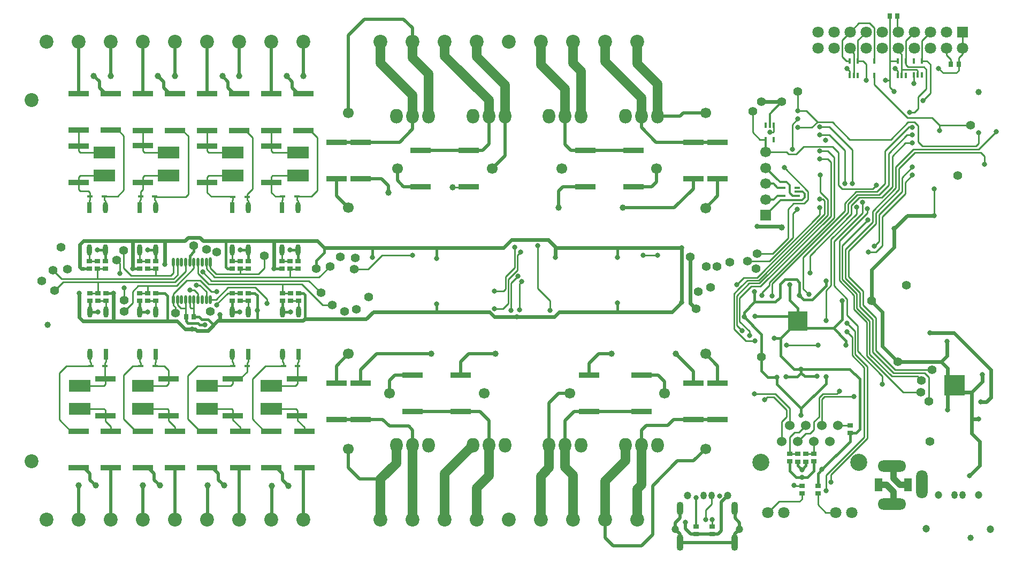
<source format=gbl>
%TF.GenerationSoftware,Altium Limited,Altium Designer,18.1.9 (240)*%
G04 Layer_Physical_Order=2*
G04 Layer_Color=16711680*
%FSLAX25Y25*%
%MOIN*%
%TF.FileFunction,Copper,L2,Bot,Signal*%
%TF.Part,Single*%
G01*
G75*
%TA.AperFunction,SMDPad,CuDef*%
%ADD10C,0.03937*%
%ADD13O,0.03150X0.07087*%
%ADD14R,0.03150X0.07087*%
%ADD15R,0.03347X0.02756*%
%ADD27R,0.03347X0.01772*%
%ADD28R,0.12795X0.03740*%
%ADD29R,0.13780X0.07677*%
%ADD30R,0.02953X0.03543*%
%ADD33O,0.01772X0.05512*%
%ADD35R,0.02756X0.03347*%
%ADD39R,0.01772X0.03347*%
%ADD40R,0.03543X0.02953*%
%TA.AperFunction,Conductor*%
%ADD48C,0.01575*%
%ADD49C,0.02362*%
%ADD50C,0.01000*%
%ADD51C,0.01968*%
%ADD52C,0.01181*%
%TA.AperFunction,ComponentPad*%
%ADD54C,0.04724*%
%ADD55O,0.03937X0.04724*%
%ADD56O,0.07087X0.17717*%
%ADD57O,0.17717X0.07087*%
%ADD58O,0.04331X0.08268*%
%ADD59O,0.04331X0.10236*%
%ADD60C,0.06693*%
%ADD61C,0.08661*%
%ADD62R,0.06693X0.06693*%
%TA.AperFunction,ViaPad*%
%ADD63C,0.08661*%
%TA.AperFunction,ComponentPad*%
%ADD64C,0.07087*%
%ADD65R,0.07087X0.07087*%
%ADD66O,0.07874X0.09055*%
%ADD67C,0.06000*%
%ADD68C,0.10630*%
%TA.AperFunction,ViaPad*%
%ADD69C,0.05512*%
%ADD70C,0.03150*%
%ADD71C,0.03937*%
%ADD72C,0.02362*%
%ADD73C,0.02756*%
%TA.AperFunction,SMDPad,CuDef*%
%ADD74R,0.04724X0.08150*%
%ADD75R,0.01575X0.03347*%
%ADD76R,0.03347X0.01575*%
%ADD77O,0.01772X0.06102*%
%TA.AperFunction,Conductor*%
%ADD78C,0.03937*%
%ADD79C,0.01378*%
%ADD80C,0.05906*%
%ADD81R,0.12134X0.12044*%
%ADD82R,0.13000X0.12917*%
D10*
X850000Y145000D02*
D03*
X854957Y422500D02*
D03*
X275000Y277500D02*
D03*
D13*
X301500Y259311D02*
D03*
X311500Y285689D02*
D03*
X301500D02*
D03*
X332496Y259311D02*
D03*
X342496Y285689D02*
D03*
X332496D02*
D03*
X390000Y259311D02*
D03*
X400000Y285689D02*
D03*
X390000D02*
D03*
X421500Y259311D02*
D03*
X431500Y285689D02*
D03*
X421500D02*
D03*
X400000Y324311D02*
D03*
X390000D02*
D03*
X400000Y350689D02*
D03*
X342496Y324311D02*
D03*
X332496D02*
D03*
X342496Y350689D02*
D03*
X431000Y350689D02*
D03*
X421000Y324311D02*
D03*
X431000D02*
D03*
X311000Y324311D02*
D03*
X301000D02*
D03*
X311000Y350689D02*
D03*
D14*
X311500Y259311D02*
D03*
X342496Y259311D02*
D03*
X400000Y259311D02*
D03*
X431500D02*
D03*
X390000Y350689D02*
D03*
X332496Y350689D02*
D03*
X421000Y350689D02*
D03*
X301000Y350689D02*
D03*
D15*
X679263Y152103D02*
D03*
Y147378D02*
D03*
X689196Y152103D02*
D03*
Y147378D02*
D03*
X775032Y210276D02*
D03*
Y215000D02*
D03*
X737487Y197362D02*
D03*
Y192638D02*
D03*
X752500Y192638D02*
D03*
Y197362D02*
D03*
X426000Y317362D02*
D03*
Y312638D02*
D03*
X421000Y312638D02*
D03*
Y317362D02*
D03*
X301000Y312638D02*
D03*
Y317362D02*
D03*
X306000Y317362D02*
D03*
Y312638D02*
D03*
X332496Y312638D02*
D03*
Y317362D02*
D03*
X337500Y317362D02*
D03*
Y312638D02*
D03*
X390000Y312638D02*
D03*
Y317362D02*
D03*
X395000Y317362D02*
D03*
Y312638D02*
D03*
X431500Y297362D02*
D03*
Y292638D02*
D03*
X426500Y292637D02*
D03*
Y297362D02*
D03*
X400000Y297362D02*
D03*
Y292638D02*
D03*
X395000Y292638D02*
D03*
Y297362D02*
D03*
X342496Y297362D02*
D03*
Y292638D02*
D03*
X337500Y292638D02*
D03*
Y297362D02*
D03*
X311500D02*
D03*
Y292638D02*
D03*
X306500D02*
D03*
Y297362D02*
D03*
X755032Y177362D02*
D03*
Y172638D02*
D03*
X744994Y177362D02*
D03*
Y172638D02*
D03*
D27*
X310429Y357500D02*
D03*
X301571D02*
D03*
X341929D02*
D03*
X333071D02*
D03*
X399351Y357429D02*
D03*
X390493D02*
D03*
X430429Y357500D02*
D03*
X421571D02*
D03*
X310929Y252000D02*
D03*
X302071D02*
D03*
X342003D02*
D03*
X333145D02*
D03*
X399351D02*
D03*
X390493D02*
D03*
X430831Y252028D02*
D03*
X421972D02*
D03*
D28*
X294500Y389115D02*
D03*
Y366281D02*
D03*
X334429Y389186D02*
D03*
Y366352D02*
D03*
X374500Y389115D02*
D03*
Y366281D02*
D03*
X414500Y389115D02*
D03*
Y366281D02*
D03*
X470000Y391417D02*
D03*
Y368583D02*
D03*
X455000D02*
D03*
Y391417D02*
D03*
X314429Y421686D02*
D03*
Y398852D02*
D03*
X430500Y243917D02*
D03*
Y221083D02*
D03*
X390500Y243917D02*
D03*
Y221083D02*
D03*
X350500Y243917D02*
D03*
Y221083D02*
D03*
X311000Y243917D02*
D03*
Y221083D02*
D03*
X435000Y188583D02*
D03*
Y211417D02*
D03*
X470000Y218583D02*
D03*
Y241417D02*
D03*
X455000D02*
D03*
Y218583D02*
D03*
X502500Y246417D02*
D03*
Y223583D02*
D03*
X532500D02*
D03*
Y246417D02*
D03*
X612500Y223583D02*
D03*
Y246417D02*
D03*
X645000D02*
D03*
Y223583D02*
D03*
X677500Y218583D02*
D03*
Y241417D02*
D03*
X692500D02*
D03*
Y218583D02*
D03*
X507500Y363583D02*
D03*
Y386417D02*
D03*
X537500D02*
D03*
Y363583D02*
D03*
X610000Y386417D02*
D03*
Y363583D02*
D03*
X640000D02*
D03*
Y386417D02*
D03*
X677500Y391417D02*
D03*
Y368583D02*
D03*
X692500D02*
D03*
Y391417D02*
D03*
X434500Y398781D02*
D03*
Y421615D02*
D03*
X414500Y398781D02*
D03*
Y421615D02*
D03*
X294500Y398863D02*
D03*
Y421698D02*
D03*
X334500Y398781D02*
D03*
Y421615D02*
D03*
X354429Y398781D02*
D03*
Y421615D02*
D03*
X374465Y398816D02*
D03*
Y421651D02*
D03*
X394500Y398781D02*
D03*
Y421615D02*
D03*
X414571Y211417D02*
D03*
Y188583D02*
D03*
X395000Y211417D02*
D03*
Y188583D02*
D03*
X374571Y211417D02*
D03*
Y188583D02*
D03*
X354571Y211347D02*
D03*
Y188512D02*
D03*
X334500Y211417D02*
D03*
Y188583D02*
D03*
X314571Y211347D02*
D03*
Y188512D02*
D03*
X294500Y211417D02*
D03*
Y188583D02*
D03*
D29*
X310500Y370513D02*
D03*
Y384883D02*
D03*
X350429Y370584D02*
D03*
Y384954D02*
D03*
X390500Y370513D02*
D03*
Y384883D02*
D03*
X431000Y370513D02*
D03*
Y384883D02*
D03*
X414500Y225315D02*
D03*
Y239685D02*
D03*
X374571Y225315D02*
D03*
Y239685D02*
D03*
X334500Y225315D02*
D03*
Y239685D02*
D03*
X295071Y225315D02*
D03*
Y239685D02*
D03*
D30*
X837705Y440000D02*
D03*
X842626D02*
D03*
X366280Y282500D02*
D03*
X361358D02*
D03*
D33*
X376516Y293386D02*
D03*
X373957D02*
D03*
X371398D02*
D03*
X368839D02*
D03*
X366280D02*
D03*
X363720D02*
D03*
X361161D02*
D03*
X358602D02*
D03*
X356043D02*
D03*
X353484D02*
D03*
X373957Y316614D02*
D03*
X371398D02*
D03*
X368839D02*
D03*
X366280D02*
D03*
X363720D02*
D03*
X361161D02*
D03*
X358602D02*
D03*
X356043D02*
D03*
X353484D02*
D03*
D35*
X799866Y470000D02*
D03*
X804591D02*
D03*
D39*
X790000Y441854D02*
D03*
Y432996D02*
D03*
D40*
X742500Y197362D02*
D03*
Y192441D02*
D03*
X747500Y197362D02*
D03*
Y192441D02*
D03*
X431000Y317460D02*
D03*
Y312539D02*
D03*
X311000Y317460D02*
D03*
Y312539D02*
D03*
X342500Y317461D02*
D03*
Y312539D02*
D03*
X400000Y317461D02*
D03*
Y312539D02*
D03*
X421500Y292539D02*
D03*
Y297461D02*
D03*
X390000Y292539D02*
D03*
Y297461D02*
D03*
X332496Y292539D02*
D03*
Y297461D02*
D03*
X301500Y292539D02*
D03*
Y297461D02*
D03*
D48*
X431000Y317271D02*
Y325499D01*
X400000Y317271D02*
Y325499D01*
X342496Y317271D02*
Y325499D01*
X311000Y317460D02*
Y325688D01*
X405624Y280187D02*
Y295881D01*
X630000Y285500D02*
Y291226D01*
X375000Y281000D02*
X378500Y277500D01*
X371122Y281000D02*
X375000D01*
X447500Y322688D02*
Y325500D01*
X369946Y277500D02*
X373000D01*
X368840Y278606D02*
X369946Y277500D01*
X362578Y278606D02*
X368840D01*
X369622Y282500D02*
X371122Y281000D01*
X361358Y279826D02*
X362578Y278606D01*
X361358Y279826D02*
Y282500D01*
X349955Y280000D02*
Y295542D01*
X421500Y285689D02*
Y285689D01*
Y285689D02*
X426422D01*
X435303Y281307D02*
Y296467D01*
X366247Y326977D02*
Y327477D01*
Y323170D02*
Y326977D01*
X395078Y324311D02*
X400000D01*
X426078D02*
X431000D01*
X386000Y313696D02*
Y330000D01*
X421500Y285689D02*
Y292539D01*
X390000Y285689D02*
Y292539D01*
Y284311D02*
Y285689D01*
X332496D02*
Y292539D01*
Y285689D02*
Y285689D01*
Y284311D02*
Y285689D01*
X301500Y285689D02*
Y292539D01*
Y284311D02*
Y285689D01*
X306078Y324311D02*
X311000D01*
X337475Y324311D02*
X342397D01*
X390000Y285689D02*
X394922D01*
X301500D02*
X306422D01*
X332496D02*
X337418D01*
X517500Y286764D02*
Y290500D01*
X477500Y319500D02*
Y324709D01*
X517500Y319000D02*
Y324709D01*
X630000Y319654D02*
Y325689D01*
X775032Y205032D02*
Y210276D01*
X778713D01*
X781000Y212563D01*
X757500Y187500D02*
X775032Y205032D01*
X781000Y212563D02*
Y243834D01*
X751505Y293429D02*
X759977Y301901D01*
X743500Y295956D02*
X746027Y293429D01*
X751505D01*
X363720Y320644D02*
X366247Y323170D01*
X363720Y316614D02*
Y320644D01*
X366280Y282500D02*
X369622D01*
X386000Y313696D02*
X387058Y312638D01*
X727920Y269285D02*
X731801D01*
X741528Y182500D02*
X744994D01*
X737487Y186540D02*
X741528Y182500D01*
X737487Y186540D02*
Y192638D01*
X752500Y186492D02*
Y192638D01*
X748508Y182500D02*
X752500Y186492D01*
X744994Y182500D02*
X748508D01*
X442402Y317589D02*
X447500Y322688D01*
X442402Y312638D02*
Y317589D01*
X311000Y325689D02*
X311000D01*
X434408Y297362D02*
X435303Y296467D01*
X431500Y297362D02*
X434408D01*
X404143D02*
X405624Y295881D01*
X400000Y297362D02*
X404143D01*
X342496D02*
X346242D01*
X346287Y297318D02*
X348179D01*
X349955Y295542D01*
X311500Y297362D02*
X316098D01*
X416139Y312638D02*
X421000D01*
X387058D02*
X390000D01*
X297469D02*
X301000D01*
X328039D02*
X332496D01*
X719862Y257500D02*
Y271701D01*
Y249130D02*
Y257500D01*
X759977Y301901D02*
Y304862D01*
X755032Y185032D02*
X757500Y187500D01*
X755032Y177362D02*
Y185032D01*
X774764Y250070D02*
X781000Y243834D01*
X744484Y250070D02*
X774764D01*
X770016Y281010D02*
Y292572D01*
X764675Y275669D02*
X770016Y281010D01*
X772532Y265000D02*
Y267813D01*
X709000Y282563D02*
X719862Y271701D01*
Y249130D02*
X723910Y245082D01*
X729512D01*
X709000Y282563D02*
Y285259D01*
X745000Y187468D02*
X747500Y189968D01*
Y192441D01*
X742500Y189968D02*
X745000Y187468D01*
X742500Y189968D02*
Y192441D01*
X744484Y247669D02*
X746656Y245497D01*
X754497D01*
X734965Y245234D02*
X742050D01*
X744484Y247669D01*
Y250070D01*
Y225619D02*
X759991Y241125D01*
Y245332D01*
X744484Y221235D02*
Y225619D01*
X729512Y240591D02*
X744484Y225619D01*
X729512Y240591D02*
Y245082D01*
X739957Y250070D02*
X744484D01*
X731801Y258226D02*
X739957Y250070D01*
X731801Y258226D02*
Y269285D01*
X738185Y275669D01*
X764675D02*
X772532Y267813D01*
X746846Y275669D02*
X764675D01*
X737487Y292922D02*
Y302500D01*
Y292922D02*
X742516Y287894D01*
Y284331D02*
Y287894D01*
X743500Y295956D02*
Y304122D01*
X741776Y305847D02*
X743500Y304122D01*
X734366Y305847D02*
X741776D01*
X731516Y302996D02*
X734366Y305847D01*
X731516Y294816D02*
Y302996D01*
X728569Y291870D02*
X731516Y294816D01*
X715612Y291870D02*
X728569D01*
X736807Y282953D02*
X738185Y284331D01*
X715662Y282953D02*
X736807D01*
X715612Y291870D02*
Y298410D01*
X709000Y285259D02*
X715612Y291870D01*
D49*
X719862Y416693D02*
X732579D01*
X416139Y312638D02*
Y330000D01*
X810628Y345765D02*
X827500D01*
X802362Y337500D02*
X810628Y345765D01*
X670000Y291500D02*
Y325689D01*
X664000Y285500D02*
X670000Y291500D01*
X381187Y280187D02*
X405624D01*
X378500Y277500D02*
X381187Y280187D01*
X375035Y274035D02*
X378500Y277500D01*
X550333Y285768D02*
X553600Y282500D01*
X477961Y285768D02*
X550333D01*
X553600Y282500D02*
X567500D01*
X717000Y339000D02*
X731895D01*
X732362Y338533D01*
X447500Y325500D02*
X559000D01*
X443000Y330000D02*
X447500Y325500D01*
X416139Y330000D02*
X443000D01*
X367163Y275000D02*
X368128Y274035D01*
X405624Y280187D02*
X434183D01*
X382419Y281000D02*
Y284000D01*
X368128Y274035D02*
X375035D01*
X360882Y275000D02*
X364837D01*
X365000D02*
X367163D01*
X355882Y280000D02*
X360882Y275000D01*
X349955Y280000D02*
X355882D01*
X434183Y280187D02*
X435303Y281307D01*
X473500D01*
X372000Y330000D02*
X386000D01*
X369877Y332123D02*
X372000Y330000D01*
X362623Y332123D02*
X369877D01*
X297000Y280000D02*
X316098D01*
X294820Y282180D02*
X297000Y280000D01*
X294820Y282180D02*
Y297362D01*
X316098Y280000D02*
Y297362D01*
Y280000D02*
X349955D01*
X386000Y330000D02*
X416139D01*
X297469D02*
X328039D01*
X294976Y327507D02*
X297469Y330000D01*
X294976Y313662D02*
Y327507D01*
X348176Y330000D02*
X360500D01*
X362623Y332123D01*
X348176Y315472D02*
Y330000D01*
X328039D02*
X348176D01*
X328039Y312638D02*
Y330000D01*
X591811Y325689D02*
X630000Y325689D01*
X587000Y330500D02*
X591811Y325689D01*
X564000Y330500D02*
X587000D01*
X473500Y281307D02*
X477961Y285768D01*
X567500Y282500D02*
X590730D01*
X593730Y285500D01*
X559000Y325500D02*
X564000Y330500D01*
X630000Y325689D02*
X670000D01*
X591500Y319811D02*
Y325500D01*
X675558Y291000D02*
Y320000D01*
Y291000D02*
X679058Y287500D01*
X630000Y285500D02*
X664000D01*
X593730D02*
X630000D01*
X804878Y254500D02*
X831627D01*
X835307Y258180D01*
X839653Y272504D02*
X862638Y249519D01*
X850799Y209941D02*
Y219000D01*
Y225000D02*
Y235635D01*
X844303D02*
X850799D01*
X835642Y244297D02*
Y250486D01*
Y224500D02*
Y235635D01*
X850799D02*
X857500Y242336D01*
Y246519D01*
X831627Y254500D02*
X835642Y250486D01*
X788500Y292572D02*
Y312081D01*
Y292464D02*
Y292572D01*
X850799Y219000D02*
Y225000D01*
X856336Y229614D02*
X859890D01*
X862638Y232362D01*
X850799Y219000D02*
X855276D01*
X849491Y183509D02*
X855807Y189824D01*
Y204933D01*
X850799Y209941D02*
X855807Y204933D01*
X862638Y232362D02*
Y249519D01*
X824874Y272504D02*
X839653D01*
X835307Y258180D02*
Y267469D01*
X795224Y264154D02*
X804878Y254500D01*
X795224Y264154D02*
Y285740D01*
X788500Y292464D02*
X795224Y285740D01*
X788500Y312081D02*
X802362Y325944D01*
Y337500D01*
X295999Y312639D02*
X297467D01*
X294976Y313662D02*
X295999Y312639D01*
D50*
X815500Y385000D02*
X856370D01*
X805500Y375000D02*
X815500Y385000D01*
X805500Y361890D02*
Y375000D01*
X809453Y366418D02*
X813862Y370827D01*
X809453Y359279D02*
Y366418D01*
X795000Y344827D02*
X809453Y359279D01*
X807500Y369465D02*
X813862Y375827D01*
X807500Y360516D02*
Y369465D01*
X793137Y346153D02*
X807500Y360516D01*
X791007Y347397D02*
X805500Y361890D01*
X803500Y376139D02*
X814361Y387000D01*
X803500Y362828D02*
Y376139D01*
X789007Y348336D02*
X803500Y362828D01*
X791007Y340507D02*
Y347397D01*
X799000Y364500D02*
Y384291D01*
X793231Y358732D02*
X799000Y364500D01*
X779562Y358732D02*
X793231D01*
X811658Y400827D02*
X813862D01*
X796781Y365516D02*
Y385950D01*
X791765Y360500D02*
X796781Y365516D01*
X778850Y360500D02*
X791765D01*
X773785Y352954D02*
X779562Y358732D01*
X773785Y347509D02*
Y352954D01*
X771732Y353382D02*
X778850Y360500D01*
X771732Y348594D02*
Y353382D01*
X770181Y362209D02*
X789162D01*
X767807Y364582D02*
X770181Y362209D01*
X767807Y364582D02*
Y385071D01*
X771732Y365500D02*
Y386230D01*
X762136Y395827D02*
X771732Y386230D01*
X756277Y395827D02*
X762136D01*
X776500Y365500D02*
Y386500D01*
X762173Y400827D02*
X776500Y386500D01*
X756277Y400827D02*
X762173D01*
X774925Y393000D02*
X800315D01*
X763968Y403957D02*
X774925Y393000D01*
X754724Y403957D02*
X763968D01*
X764999Y344278D02*
Y382004D01*
X761176Y385827D02*
X764999Y382004D01*
X756191Y385827D02*
X761176D01*
X741500Y384000D02*
X746279Y388779D01*
X736665Y384000D02*
X741500D01*
X735331Y385334D02*
X736665Y384000D01*
X722709Y385334D02*
X735331D01*
X746279Y388779D02*
X764099D01*
X748744Y355732D02*
Y360756D01*
X746300Y353287D02*
X748744Y355732D01*
X739855Y353287D02*
X746300D01*
X774000Y323500D02*
X791007Y340507D01*
X774000Y307619D02*
Y323500D01*
X789007Y341541D02*
Y348336D01*
X772000Y324533D02*
X789007Y341541D01*
X772000Y306791D02*
Y324533D01*
X770032Y326943D02*
X786000Y342911D01*
X770032Y305885D02*
Y326943D01*
X789162Y362209D02*
X791500Y364547D01*
X588000Y286791D02*
Y292661D01*
X387311Y297461D02*
X390000D01*
X380504Y290654D02*
X387311Y297461D01*
X380504Y289886D02*
Y290654D01*
X376571Y293441D02*
X379978D01*
X376516Y293386D02*
X376571Y293441D01*
X379978D02*
X387432Y300896D01*
X553500Y287500D02*
X558697D01*
X562067Y290870D01*
X685263Y156241D02*
Y162459D01*
X689196Y152103D02*
Y156241D01*
X688771Y165967D02*
Y171241D01*
X685263Y162459D02*
X688771Y165967D01*
X354921Y285000D02*
Y288449D01*
Y284500D02*
Y285000D01*
X353484Y289886D02*
X354921Y288449D01*
X353484Y289886D02*
Y293386D01*
X357979Y288041D02*
X361161D01*
X356043Y289977D02*
X357979Y288041D01*
X356043Y289977D02*
Y293386D01*
X328000Y298417D02*
X331507Y301925D01*
X328000Y291250D02*
Y298417D01*
X322750Y286000D02*
X328000Y291250D01*
X322750Y292250D02*
Y293000D01*
X322618Y312882D02*
Y324000D01*
X322750Y292250D02*
Y300500D01*
X562067Y290870D02*
Y306003D01*
X563776Y286500D02*
Y303776D01*
X569000Y303000D02*
X570500Y304500D01*
X569000Y287000D02*
Y303000D01*
X560358Y307559D02*
X566000Y313201D01*
X560358Y299858D02*
Y307559D01*
X559000Y298500D02*
X560358Y299858D01*
X553579Y298500D02*
X559000D01*
X563776Y303776D02*
X568000Y308000D01*
X567709Y311645D02*
Y321039D01*
X562067Y306003D02*
X567709Y311645D01*
X566000Y313201D02*
Y326000D01*
X580339Y300323D02*
X588000Y292661D01*
X567709Y321039D02*
X569638Y322969D01*
X483296Y321020D02*
X502374D01*
X474634Y312359D02*
X483296Y321020D01*
X466000Y312359D02*
X474634D01*
X580339Y300323D02*
Y327000D01*
X646000Y321016D02*
X654984D01*
X803179Y249500D02*
X826000D01*
X802211Y247500D02*
X821500D01*
X801021Y245497D02*
X817003D01*
X819500Y243000D01*
X808032Y235500D02*
X819000D01*
X742500Y410877D02*
Y423079D01*
X830630Y401893D02*
X849964D01*
X740138Y177500D02*
X740276Y177362D01*
X744994D01*
X723949Y160709D02*
X730740Y167500D01*
X743616D01*
X744994Y168878D01*
Y172638D01*
X759848Y160709D02*
X766115D01*
X755032Y165525D02*
X759848Y160709D01*
X767512Y215000D02*
X775032D01*
X850221Y224500D02*
X850760Y225039D01*
X839972Y239966D02*
X844303Y235635D01*
X835642Y244297D02*
X839972Y239966D01*
X821500Y247500D02*
X824000Y245000D01*
X791077Y261602D02*
X803179Y249500D01*
X791077Y261602D02*
Y281889D01*
X714500Y397500D02*
Y410500D01*
Y397500D02*
X718929Y393071D01*
X722441D01*
X718570Y303500D02*
X760968Y345898D01*
X712284Y303500D02*
X718570D01*
X760968Y345898D02*
Y355803D01*
X711000Y317362D02*
X724696D01*
X724790Y304069D02*
X764999Y344278D01*
X724790Y302291D02*
Y304069D01*
X726499Y303361D02*
X771732Y348594D01*
X726499Y295517D02*
Y303361D01*
X720154Y297654D02*
X724790Y302291D01*
X720154Y295970D02*
Y297654D01*
X717000Y322000D02*
X726704D01*
X736374Y331670D01*
X446500Y290000D02*
X452500D01*
X433438Y303062D02*
X446500Y290000D01*
X421500Y303062D02*
X433438D01*
X421500Y297461D02*
Y303062D01*
X375323D02*
X421500D01*
X437872Y305128D02*
X445500Y297500D01*
X377194Y305128D02*
X437872D01*
X426000Y312449D02*
X430901D01*
X451000Y314000D02*
X451500Y314500D01*
X444211Y307211D02*
X451000Y314000D01*
X426000Y307211D02*
X444211D01*
X426000D02*
Y312449D01*
X379272Y307211D02*
X426000D01*
X410000Y312823D02*
Y320500D01*
X406348Y309171D02*
X410000Y312823D01*
X395000Y309171D02*
X406348D01*
X395000Y312449D02*
X399901D01*
X395000Y309171D02*
Y312449D01*
X380251Y309171D02*
X395000D01*
X390000Y317173D02*
Y325500D01*
X331507Y301925D02*
X337500D01*
X355328D01*
X337500Y297362D02*
Y301925D01*
X278500Y311500D02*
X283760Y306240D01*
X354529Y304191D02*
X361161Y310823D01*
X306500Y304191D02*
X354529D01*
X306500Y297362D02*
Y304191D01*
X284691D02*
X306500D01*
X279500Y299000D02*
X284691Y304191D01*
X306000Y306240D02*
X353546D01*
X283760D02*
X306000D01*
X318000Y318000D02*
X320000Y316000D01*
X337495Y312449D02*
X342397D01*
X320000Y309500D02*
Y316000D01*
X322618Y312882D02*
X327056Y308444D01*
X342500D01*
X351929D01*
X342500D02*
Y312539D01*
X306000Y306240D02*
Y312638D01*
X430792Y218143D02*
Y221374D01*
X435000Y211417D02*
Y213935D01*
X430792Y218143D02*
X435000Y213935D01*
X430500Y221083D02*
X430792Y221374D01*
Y224208D01*
X430831Y240902D02*
Y252028D01*
X422149Y252000D02*
Y253855D01*
X402708Y244037D02*
X410698Y252028D01*
X402708Y218863D02*
Y244037D01*
Y218863D02*
X410153Y211417D01*
X390571Y221083D02*
Y224500D01*
X395000Y211417D02*
Y213919D01*
X390500Y218419D02*
X395000Y213919D01*
X390500Y218419D02*
Y221083D01*
X390571Y241000D02*
Y243917D01*
X394917D02*
X399351Y248351D01*
X362536Y246036D02*
X368500Y252000D01*
X362536Y219035D02*
Y246036D01*
Y219035D02*
X370153Y211417D01*
X350429Y217982D02*
Y221083D01*
X354571Y211347D02*
Y213840D01*
X350429Y217982D02*
X354571Y213840D01*
X350500Y243917D02*
Y249392D01*
X347892Y252000D02*
X350500Y249392D01*
X322483Y219017D02*
Y246483D01*
X311000Y243988D02*
X311071Y243917D01*
Y240500D02*
Y243917D01*
X310929Y244059D02*
Y252000D01*
Y243917D02*
Y244059D01*
X311071Y217723D02*
Y224500D01*
X314571Y211347D02*
Y214223D01*
X311071Y217723D02*
X314571Y214223D01*
X377016Y357500D02*
X390571D01*
X390571Y355500D02*
Y357500D01*
X374500Y360016D02*
Y366281D01*
Y360016D02*
X377016Y357500D01*
X334429Y361962D02*
Y366352D01*
X333071Y360604D02*
X334429Y361962D01*
X333071Y357500D02*
Y360604D01*
X295532Y360930D02*
X300570D01*
X294500Y361962D02*
X295532Y360930D01*
X294500Y361962D02*
Y366281D01*
X319146Y398852D02*
X322618Y395379D01*
Y361486D02*
Y395379D01*
X318632Y357500D02*
X322618Y361486D01*
X399429Y357429D02*
Y358978D01*
Y355422D02*
Y357429D01*
X398492Y398781D02*
X402803Y394470D01*
Y362351D02*
Y394470D01*
X399429Y358978D02*
X402803Y362351D01*
X438730Y398781D02*
X443241Y394269D01*
Y361339D02*
Y394269D01*
X439402Y357500D02*
X443241Y361339D01*
X434500Y398781D02*
X438730D01*
X430429Y357500D02*
X439402D01*
X414500Y360051D02*
X417051Y357500D01*
X414500Y389115D02*
Y398781D01*
X417051Y357500D02*
X421571D01*
X341925Y357429D02*
X361049D01*
X374465Y389115D02*
Y398816D01*
X362685Y359065D02*
Y395242D01*
X334500Y389186D02*
Y398781D01*
X414500Y360051D02*
Y366281D01*
X361049Y357429D02*
X362685Y359065D01*
X394500Y398781D02*
X398492D01*
X399351Y357429D02*
X399429D01*
X341925D02*
Y357500D01*
Y355422D02*
Y357429D01*
X354429Y398781D02*
X359146D01*
X362685Y395242D01*
X310429Y357500D02*
X318632D01*
X314429Y398852D02*
X319146D01*
X301571Y357500D02*
Y359929D01*
X300570Y360930D02*
X301571Y359929D01*
X294500Y389115D02*
Y398863D01*
X301000Y354929D02*
X301571Y355500D01*
Y357500D01*
X310429Y355422D02*
Y357500D01*
Y355422D02*
X311000Y354851D01*
X301000Y349311D02*
Y354929D01*
X311000Y349311D02*
Y354851D01*
X332496Y354929D02*
X333067Y355500D01*
Y357500D01*
X341925Y355422D02*
X342496Y354851D01*
X332496Y349311D02*
Y354929D01*
X342496Y349311D02*
Y354851D01*
X390000Y354929D02*
X390571Y355500D01*
X399429Y355422D02*
X400000Y354851D01*
X390000Y349311D02*
Y354929D01*
X400000Y349311D02*
Y354851D01*
X421000Y354929D02*
X421571Y355500D01*
Y357500D01*
X430429Y355422D02*
Y357500D01*
Y355422D02*
X431000Y354851D01*
X421000Y349311D02*
Y354929D01*
X431000Y349311D02*
Y354851D01*
X295444Y384883D02*
X310500D01*
X294500Y369540D02*
X294500Y366281D01*
X294500Y369540D02*
X295473Y370513D01*
X310500D01*
X294500Y385827D02*
X295444Y384883D01*
X294500Y385827D02*
Y389115D01*
X335373Y384954D02*
X350429D01*
X334429Y369611D02*
X334429Y366352D01*
X334429Y369611D02*
X335402Y370584D01*
X350429D01*
X334429Y385898D02*
X335373Y384954D01*
X334429Y385898D02*
Y389186D01*
X374500Y385827D02*
Y389115D01*
Y385827D02*
X375444Y384883D01*
X375473Y370513D02*
X390500D01*
X374500Y369540D02*
X375473Y370513D01*
X374500Y369540D02*
X374500Y366281D01*
X375444Y384883D02*
X390500D01*
X414500Y366281D02*
Y369818D01*
X415195Y370513D01*
X431000D01*
X414500Y385827D02*
Y389115D01*
Y385827D02*
X415444Y384883D01*
X431000D01*
X431500Y254815D02*
Y260689D01*
X430831Y254146D02*
X431500Y254815D01*
X430831Y252028D02*
Y254146D01*
X410698Y252028D02*
X421972D01*
X310929Y252000D02*
Y254000D01*
X311500Y254571D01*
Y260689D01*
X302071Y252000D02*
Y254007D01*
X301500Y254578D02*
X302071Y254007D01*
X301500Y254578D02*
Y260689D01*
X311000Y243917D02*
Y243988D01*
X310929Y244059D02*
X311000Y243988D01*
X328000Y252000D02*
X333145D01*
X322483Y246483D02*
X328000Y252000D01*
X322483Y219017D02*
X330083Y211417D01*
X286930Y252000D02*
X302071D01*
X282500Y247570D02*
X286930Y252000D01*
X282500Y218500D02*
Y247570D01*
X342003Y252000D02*
X347892D01*
X368500Y252000D02*
X390493D01*
X390571Y243917D02*
X394917D01*
X429614Y239685D02*
X430831Y240902D01*
X414500Y239685D02*
X429614D01*
X410153Y211417D02*
X414571D01*
X399351Y248351D02*
Y252000D01*
X370153Y211417D02*
X374571D01*
X330083Y211417D02*
X334500D01*
X421500Y254504D02*
Y260689D01*
Y254504D02*
X422149Y253855D01*
X390000Y254504D02*
Y260689D01*
Y254504D02*
X390649Y253855D01*
Y252000D02*
Y253855D01*
X399507Y252000D02*
Y254007D01*
X400000Y254500D01*
Y260689D01*
X342496Y254500D02*
Y260689D01*
X342003Y254007D02*
X342496Y254500D01*
X342003Y252000D02*
Y254007D01*
X333145Y252000D02*
Y253855D01*
X332496Y254504D02*
X333145Y253855D01*
X332496Y254504D02*
Y260689D01*
X374571Y239685D02*
X389256D01*
X390571Y241000D01*
X350500Y221083D02*
Y224500D01*
Y241000D02*
Y243917D01*
X349185Y239685D02*
X350500Y241000D01*
X334500Y239685D02*
X349185D01*
X429685Y225315D02*
X430792Y224208D01*
X414500Y225315D02*
X429685D01*
X374571D02*
X389756D01*
X389756Y225315D02*
X390571Y224500D01*
X349685Y225315D02*
X350500Y224500D01*
X334500Y225315D02*
X349685D01*
X289583Y211417D02*
X294500D01*
X282500Y218500D02*
X289583Y211417D01*
X295571Y239685D02*
X310256D01*
X311071Y240500D01*
X295071Y225315D02*
X310256D01*
X310256Y225315D02*
X311071Y224500D01*
X764099Y388779D02*
X767807Y385071D01*
X739098Y387000D02*
Y402425D01*
X736374Y349807D02*
X739855Y353287D01*
X739412Y347000D02*
X742094Y349682D01*
X739412Y332078D02*
Y347000D01*
X724696Y317362D02*
X739412Y332078D01*
X736374Y331670D02*
Y349807D01*
X734000Y375500D02*
X748744Y360756D01*
X809453Y390827D02*
X813862D01*
X801363Y363733D02*
Y382737D01*
X794630Y357000D02*
X801363Y363733D01*
X780715Y357000D02*
X794630D01*
X775764Y352048D02*
X780715Y357000D01*
X722441Y385311D02*
X722555Y385197D01*
X727559Y398098D02*
Y401929D01*
X726961Y397500D02*
X727559Y398098D01*
X725000Y397500D02*
X726961D01*
X850760Y225039D02*
X850799Y225000D01*
X795224Y240592D02*
Y245776D01*
X779709Y261291D02*
X795224Y245776D01*
X779709Y261291D02*
Y276994D01*
X785353Y258179D02*
X808032Y235500D01*
X785353Y258179D02*
Y279396D01*
X755000Y449970D02*
X755032Y450002D01*
X830630Y398780D02*
Y401893D01*
X768323Y330036D02*
X785638Y347351D01*
X768323Y305177D02*
Y330036D01*
Y305177D02*
X777362Y296138D01*
X785638Y347351D02*
Y350096D01*
X790000Y326500D02*
X793137Y329637D01*
Y346153D01*
X795000Y327000D02*
Y344827D01*
X791000Y323000D02*
X795000Y327000D01*
X775764Y346488D02*
Y352048D01*
X750063Y320787D02*
X775764Y346488D01*
X750063Y310000D02*
Y320787D01*
X782677Y347340D02*
Y354000D01*
X765000Y329662D02*
X782677Y347340D01*
X765000Y301944D02*
Y329662D01*
X778968Y346811D02*
Y350860D01*
X763215Y331058D02*
X778968Y346811D01*
X763215Y302223D02*
Y331058D01*
X826023Y406500D02*
X830630Y401893D01*
X790000Y427449D02*
Y432996D01*
X810949Y406500D02*
X826023D01*
X790000Y427449D02*
X810949Y406500D01*
X812000Y410000D02*
X815048D01*
X815078Y409970D01*
X786500Y323000D02*
X791000D01*
X717183Y307126D02*
X756256Y346199D01*
X717998Y305418D02*
X759260Y346679D01*
X719080Y301500D02*
X762985Y345404D01*
X756256Y346199D02*
Y350687D01*
X759260Y346679D02*
Y354856D01*
X762985Y345404D02*
Y378822D01*
X739098Y402425D02*
X742500Y405827D01*
X747804Y410877D02*
X754724Y403957D01*
X742500Y410877D02*
X747804D01*
X742500Y400500D02*
X751268D01*
X754724Y403957D01*
X760980Y380827D02*
X762985Y378822D01*
X756116Y380827D02*
X760980D01*
X756402Y360370D02*
Y370827D01*
Y360370D02*
X760968Y355803D01*
X527500Y362224D02*
X528500Y363224D01*
X411840Y290960D02*
Y293587D01*
X404532Y300896D02*
X411840Y293587D01*
X387432Y300896D02*
X404532D01*
X368839Y309547D02*
X375323Y303062D01*
X372322Y310000D02*
X377194Y305128D01*
X373957Y312527D02*
X379272Y307211D01*
X373957Y312527D02*
Y316614D01*
X377040Y298410D02*
X380429D01*
X370032Y305417D02*
X377040Y298410D01*
X361819Y305417D02*
X370032D01*
X356043Y308736D02*
Y316614D01*
X353546Y306240D02*
X356043Y308736D01*
X366280Y312876D02*
Y316614D01*
X355328Y301925D02*
X366280Y312876D01*
X353484Y297082D02*
X361819Y305417D01*
X353484Y293386D02*
Y297082D01*
X528500Y363224D02*
X537142D01*
X537500Y363583D01*
X311000Y325689D02*
X311000Y325688D01*
X311000Y325689D02*
X311000Y325689D01*
X346242Y297362D02*
X346287Y297318D01*
X297467Y312639D02*
X297469Y312638D01*
X367735Y302468D02*
X369946D01*
X373957Y298457D01*
Y293386D02*
Y298457D01*
X363885Y299296D02*
X366538D01*
X368839Y296995D01*
Y293386D02*
Y296995D01*
Y309547D02*
Y316614D01*
X361161Y288041D02*
Y293386D01*
Y282697D02*
Y288041D01*
X376516Y312906D02*
X380251Y309171D01*
X376516Y312906D02*
Y316614D01*
X361161Y310823D02*
Y316614D01*
X353484Y310000D02*
Y316614D01*
X351929Y308444D02*
X353484Y310000D01*
X426000Y312449D02*
Y312638D01*
X395000Y312449D02*
Y312638D01*
X366280Y287943D02*
Y293386D01*
Y282500D02*
Y287943D01*
X364577D02*
X366280D01*
X363720Y288799D02*
X364577Y287943D01*
X363720Y288799D02*
Y293386D01*
X361161Y282697D02*
X361358Y282500D01*
X366280Y282500D02*
X366280Y282500D01*
X431500Y284311D02*
Y292638D01*
X426500D02*
X431500D01*
X421500Y297461D02*
X426402D01*
X400000Y284311D02*
Y292638D01*
X395000D02*
X400000D01*
X390000Y297461D02*
X394902D01*
X342496Y284311D02*
Y292638D01*
X337496D02*
X342496D01*
X332496Y297461D02*
X337398D01*
X306402D02*
X306500Y297362D01*
X301500Y297461D02*
X306402D01*
X421000Y317173D02*
Y325500D01*
X421000Y317173D02*
X425999D01*
X390000D02*
X394999D01*
X332496Y317173D02*
Y325499D01*
X332496Y317173D02*
X337495D01*
X310901Y312638D02*
X311000Y312539D01*
X306000Y312638D02*
X310901D01*
X305999Y317362D02*
X306000Y317362D01*
X301000Y317362D02*
X305999D01*
X301000Y317362D02*
X301000Y317362D01*
X301000Y317362D02*
Y325689D01*
X306500Y292638D02*
X306500Y292638D01*
X311500D01*
Y284311D02*
Y292638D01*
X815078Y409970D02*
X817500Y412392D01*
X800315Y393000D02*
X811272Y403957D01*
X815043D01*
X854957Y390536D02*
Y397457D01*
X853421Y389000D02*
X854957Y390536D01*
X819984Y389000D02*
X853421D01*
X817402Y391582D02*
X819984Y389000D01*
X817402Y391582D02*
Y401598D01*
X815043Y403957D02*
X817402Y401598D01*
X817500Y412392D02*
Y419673D01*
X822591Y424764D01*
Y436769D01*
X820449Y417457D02*
X825000Y422008D01*
X858733Y377500D02*
Y382638D01*
X856370Y385000D02*
X858733Y382638D01*
X855188Y387000D02*
X866228Y398039D01*
X814361Y387000D02*
X855188D01*
X772000Y306791D02*
X781110Y297681D01*
X774000Y307619D02*
X783110Y298509D01*
X781110Y289027D02*
Y297681D01*
X783110Y289855D02*
Y298509D01*
Y289855D02*
X791077Y281889D01*
X781110Y289027D02*
X789077Y281060D01*
X770032Y305885D02*
X779071Y296846D01*
Y288094D02*
Y296846D01*
X777362Y287386D02*
Y296138D01*
X779071Y288094D02*
X787061Y280103D01*
X777362Y287386D02*
X785353Y279396D01*
X787061Y259456D02*
X801021Y245497D01*
X787061Y259456D02*
Y280103D01*
X789077Y260634D02*
X802211Y247500D01*
X824000Y230000D02*
Y245000D01*
X789077Y260634D02*
Y281060D01*
X759977Y298985D02*
X763215Y302223D01*
X759977Y280187D02*
Y298985D01*
X773138Y283565D02*
Y293806D01*
X765000Y301944D02*
X773138Y293806D01*
Y283565D02*
X779709Y276994D01*
X776291Y258490D02*
Y270141D01*
Y258490D02*
X783929Y250853D01*
X773000Y273432D02*
X776291Y270141D01*
X785638Y207106D02*
Y251817D01*
X778000Y259454D02*
X785638Y251817D01*
X778000Y259454D02*
Y273638D01*
X773138Y278500D02*
X778000Y273638D01*
X783929Y207814D02*
Y250853D01*
X763003Y179500D02*
Y184471D01*
X759991Y174209D02*
Y183876D01*
X783929Y207814D01*
X763003Y184471D02*
X785638Y207106D01*
X766887Y234662D02*
X768516Y236291D01*
X758162Y234662D02*
X766887D01*
X755660Y232160D02*
X758162Y234662D01*
X757512Y231343D02*
X759073Y232904D01*
X757512Y215000D02*
Y231343D01*
X755660Y220379D02*
Y232160D01*
X752500Y217219D02*
X755660Y220379D01*
X755032Y165525D02*
Y172638D01*
X704410Y295626D02*
X712284Y303500D01*
X713290Y301500D02*
X719080D01*
X706216Y294426D02*
X713290Y301500D01*
X706216Y279817D02*
Y294426D01*
X704410Y277265D02*
Y295626D01*
X707194Y301564D02*
X711048Y305418D01*
X707194Y301510D02*
Y301564D01*
X705563Y299880D02*
X707194Y301510D01*
X705509Y299880D02*
X705563D01*
X702701Y297072D02*
X705509Y299880D01*
X711048Y305418D02*
X717998D01*
X702701Y275038D02*
Y297072D01*
X708874Y307126D02*
X717183D01*
X704410Y302663D02*
X708874Y307126D01*
X745862Y300024D02*
Y319586D01*
X773785Y347509D01*
X735516Y265000D02*
X755000D01*
X706216Y279817D02*
X712500Y273534D01*
Y271110D02*
Y273534D01*
X704410Y277265D02*
X707719Y273956D01*
X702701Y275038D02*
X709975Y267764D01*
X747500Y197362D02*
X752500D01*
X737487Y197362D02*
X742500D01*
X752500Y204988D02*
X752512Y205000D01*
X752500Y197362D02*
Y204988D01*
X743099Y210587D02*
X747512Y215000D01*
X740507Y210587D02*
X743099D01*
X737487Y207567D02*
X740507Y210587D01*
X737487Y197362D02*
Y207567D01*
X759073Y232904D02*
X777555D01*
X721778Y230846D02*
X723584Y232652D01*
X727537D01*
X735512Y224677D01*
Y220215D02*
Y224677D01*
X732512Y217215D02*
X735512Y220215D01*
X732512Y205000D02*
Y217215D01*
X715419Y234621D02*
X728397D01*
X737512Y225505D01*
Y215000D02*
Y225505D01*
X752500Y212354D02*
Y217219D01*
X750146Y210000D02*
X752500Y212354D01*
X747512Y210000D02*
X750146D01*
X742512Y205000D02*
X747512Y210000D01*
X709975Y267764D02*
X715791D01*
X745862Y300024D02*
X749386Y296500D01*
X756191Y355827D02*
X758289D01*
X759260Y354856D01*
X756191Y350687D02*
Y350827D01*
Y350687D02*
X756256D01*
X796781Y385950D02*
X811658Y400827D01*
X799000Y384291D02*
X810535Y395827D01*
X813862D01*
X801363Y382737D02*
X809453Y390827D01*
X827500Y345765D02*
Y362461D01*
X787000Y465500D02*
X790000Y462500D01*
X780530Y465500D02*
X787000D01*
X775032Y460002D02*
X780530Y465500D01*
X830087Y437425D02*
X833012Y434500D01*
X841096D01*
X842626Y436030D01*
Y440000D01*
X830087Y437425D02*
X830925D01*
X845032Y450002D02*
Y460002D01*
X774803Y432996D02*
Y435685D01*
X773138Y437350D02*
X774803Y435685D01*
X790000Y441854D02*
Y462500D01*
X797000Y430000D02*
X799866D01*
X803000Y437425D02*
X804665Y435760D01*
Y433071D02*
Y435760D01*
X799866Y430000D02*
Y441929D01*
Y425713D02*
Y430000D01*
Y425713D02*
X802500Y423079D01*
X779921Y441854D02*
X783146D01*
X785032Y439968D01*
Y430000D02*
Y439968D01*
X825000Y422008D02*
Y440000D01*
X822933Y442067D02*
X825000Y440000D01*
X819835Y442067D02*
X822933D01*
X821154Y438206D02*
X822591Y436769D01*
X811196Y438206D02*
X821154D01*
X809783Y439618D02*
X811196Y438206D01*
X809783Y439618D02*
Y441929D01*
X816459Y436498D02*
X817276Y435681D01*
X807224Y436498D02*
X816459D01*
X807224Y433071D02*
Y436498D01*
X817276Y433209D02*
Y435681D01*
X807224Y436498D02*
Y446115D01*
X814717Y428130D02*
Y433209D01*
X819835Y454805D02*
X825032Y460002D01*
X819835Y442067D02*
Y454805D01*
X805032Y448308D02*
Y450002D01*
Y448308D02*
X807224Y446115D01*
X804591Y460443D02*
X805032Y460002D01*
X804591Y460443D02*
Y470000D01*
X799866Y441929D02*
Y470000D01*
Y441929D02*
X804665D01*
X809784Y454754D02*
X815032Y460002D01*
X809784Y441929D02*
Y454754D01*
X809783Y441929D02*
X809784Y441929D01*
X777362Y432996D02*
Y446557D01*
X775032Y448887D02*
X777362Y446557D01*
X775032Y448887D02*
Y450002D01*
X770000Y454970D02*
X775032Y460002D01*
X770000Y444500D02*
Y454970D01*
Y444500D02*
X772646Y441854D01*
X774803D01*
X779921Y454891D02*
X785032Y460002D01*
X779921Y441854D02*
Y454891D01*
X842626Y440000D02*
Y443934D01*
X845032Y446340D01*
Y450002D01*
X837705Y440000D02*
Y443114D01*
X835032Y445787D02*
X837705Y443114D01*
X835032Y445787D02*
Y450002D01*
D51*
X652000Y177441D02*
X667528Y192968D01*
X652000Y147000D02*
Y177441D01*
X645000Y140000D02*
X652000Y147000D01*
X672464Y150540D02*
Y154741D01*
Y150540D02*
X675625Y147378D01*
X679263D01*
X666283Y150241D02*
X669235Y147288D01*
Y142139D02*
Y147288D01*
X703251Y147193D02*
X706283Y150225D01*
X703251Y142139D02*
Y147193D01*
X669235Y142139D02*
X703251D01*
X703330Y157371D02*
Y163225D01*
Y157371D02*
X706283Y154418D01*
Y150225D02*
Y154418D01*
X669235Y157387D02*
Y163241D01*
X666283Y154434D02*
X669235Y157387D01*
X666283Y150241D02*
Y154434D01*
X694763Y167241D02*
X698763Y171241D01*
X694763Y149241D02*
Y167241D01*
X692901Y147378D02*
X694763Y149241D01*
X689196Y147378D02*
X692901D01*
X679263D02*
X689196D01*
X667528Y192968D02*
X677496D01*
X685000Y200472D01*
X627445Y140000D02*
X645000D01*
X414571Y188512D02*
X417834D01*
X374500Y188583D02*
X377763D01*
X421472Y181028D02*
Y184873D01*
Y181028D02*
X425071Y177429D01*
X381401Y181099D02*
Y184944D01*
Y181099D02*
X385000Y177500D01*
X341401Y181099D02*
Y184944D01*
Y181099D02*
X345000Y177500D01*
X301401Y181099D02*
X305000Y177500D01*
X301401Y181099D02*
Y184944D01*
X414642Y156173D02*
Y177440D01*
X374642Y156244D02*
Y177511D01*
X334571Y156244D02*
Y177511D01*
X294571Y156244D02*
Y177511D01*
X394571Y156244D02*
Y188512D01*
X434571Y156244D02*
Y188512D01*
X394571Y156244D02*
Y188512D01*
X354571Y156244D02*
Y188512D01*
X314571Y156244D02*
Y188512D01*
X424000Y432698D02*
X427599Y429099D01*
Y425254D02*
Y429099D01*
Y425254D02*
X431237Y421615D01*
X434500D01*
X384000Y432698D02*
X387599Y429099D01*
Y425254D02*
Y429099D01*
Y425254D02*
X391237Y421615D01*
X394500D01*
X343929Y432698D02*
X347528Y429099D01*
Y425254D02*
Y429099D01*
Y425254D02*
X351167Y421615D01*
X354429D01*
X303929Y432769D02*
X307528Y429170D01*
Y425325D02*
Y429170D01*
Y425325D02*
X311167Y421686D01*
X314429D01*
X314429Y432687D02*
Y453954D01*
X414500Y421615D02*
Y453883D01*
X374500Y421615D02*
Y453883D01*
X334500Y421615D02*
Y453883D01*
X294500Y421615D02*
Y453883D01*
X334500Y421615D02*
Y453883D01*
X434500Y432616D02*
Y453883D01*
X394500Y432616D02*
Y453883D01*
X354429Y432616D02*
Y453883D01*
X417834Y188512D02*
X421472Y184873D01*
X377763Y188583D02*
X381401Y184944D01*
X334500Y188583D02*
X337763D01*
X341401Y184944D01*
X297763Y188583D02*
X301401Y184944D01*
X294500Y188583D02*
X297763D01*
X665590Y350559D02*
X677500Y362469D01*
X633500Y350559D02*
X665590D01*
X593500D02*
Y361000D01*
X685000Y350472D02*
X692500Y357972D01*
Y368583D01*
X677500Y362469D02*
Y368583D01*
X596083Y363583D02*
X610000D01*
X593500Y361000D02*
X596083Y363583D01*
X487535Y359957D02*
Y364308D01*
X483260Y368583D02*
X487535Y364308D01*
X470000Y368583D02*
X483260D01*
X502374Y156287D02*
X502417Y156244D01*
X671150Y409528D02*
X685000D01*
X669123Y407500D02*
X671150Y409528D01*
X655000Y407500D02*
X669123D01*
X502374Y453883D02*
Y462500D01*
X496874Y468000D02*
X502374Y462500D01*
X472500Y468000D02*
X496874D01*
X462500Y458000D02*
X472500Y468000D01*
X462500Y409606D02*
Y458000D01*
X502500Y399500D02*
Y407500D01*
X494417Y391417D02*
X502500Y399500D01*
X470000Y391417D02*
X494417D01*
X677500D02*
X692500D01*
X654083D02*
X677500D01*
X645000Y400500D02*
X654083Y391417D01*
X645000Y400500D02*
Y407500D01*
X537500Y386417D02*
X546000D01*
X550000Y390417D01*
Y407500D01*
X601000Y386417D02*
X610000D01*
X597500Y389917D02*
X601000Y386417D01*
X597500Y389917D02*
Y407500D01*
X610000Y386417D02*
X640000D01*
X654528Y366528D02*
Y375000D01*
X651583Y363583D02*
X654528Y366528D01*
X640000Y363583D02*
X651583D01*
X552044Y375000D02*
X560000Y382956D01*
Y407500D01*
X507500Y386417D02*
X537500D01*
X492989Y367500D02*
Y375000D01*
Y367500D02*
X496906Y363583D01*
X507500D01*
X455000Y358051D02*
X462500Y350551D01*
X455000Y358051D02*
Y368583D01*
Y391417D02*
X470000D01*
Y241417D02*
Y249500D01*
X480028Y259528D01*
X455000Y241417D02*
Y252028D01*
X622445Y145000D02*
Y156244D01*
Y145000D02*
X627445Y140000D01*
X645000Y202500D02*
Y211917D01*
X648083Y215000D01*
X661500D01*
X665083Y218583D01*
X677500D01*
X597500Y202500D02*
Y218000D01*
X603083Y223583D01*
X612500D01*
X587500Y202500D02*
Y229000D01*
X593500Y235000D01*
X600472D01*
X645000Y246417D02*
X655583D01*
X659528Y242472D01*
Y235000D02*
Y242472D01*
X487972Y235000D02*
Y242972D01*
X491417Y246417D01*
X502500D01*
X685000Y259528D02*
X692500Y252028D01*
Y241417D02*
Y252028D01*
X677500Y218583D02*
X692500D01*
X666500Y259528D02*
X677500Y248528D01*
Y241417D02*
Y248528D01*
X618500Y259528D02*
X626500D01*
X612500Y253528D02*
X618500Y259528D01*
X612500Y246417D02*
Y253528D01*
Y223583D02*
X645000D01*
X537528Y259528D02*
X554000D01*
X532500Y254500D02*
X537528Y259528D01*
X532500Y246417D02*
Y254500D01*
X514000Y259528D02*
X515000D01*
X480028D02*
X514000D01*
X455000Y252028D02*
X462500Y259528D01*
X455000Y218583D02*
X470000D01*
X469472Y181528D02*
X482445D01*
X462500Y188500D02*
X469472Y181528D01*
X462500Y188500D02*
Y200472D01*
X502374Y202500D02*
Y212126D01*
X500000Y214500D02*
X502374Y212126D01*
X488000Y214500D02*
X500000D01*
X483917Y218583D02*
X488000Y214500D01*
X470000Y218583D02*
X483917D01*
X550000Y202500D02*
Y218000D01*
X544417Y223583D02*
X550000Y218000D01*
X532500Y223583D02*
X544417D01*
X502500D02*
X532500D01*
D52*
X679263Y152103D02*
Y170103D01*
X725000Y409114D02*
X732579Y416693D01*
X725000Y401929D02*
Y409114D01*
X735413Y366528D02*
X737394Y364547D01*
X731382Y366528D02*
X735413D01*
X722555Y375354D02*
X731382Y366528D01*
X737394Y359834D02*
Y364547D01*
X722441Y385311D02*
Y393071D01*
X739287Y357941D02*
X741984D01*
X737394Y359834D02*
X739287Y357941D01*
D54*
X862579Y150484D02*
D03*
X822579Y150500D02*
D03*
X855059Y171500D02*
D03*
X830079D02*
D03*
X706283Y150225D02*
D03*
X666283Y150241D02*
D03*
X698763Y171241D02*
D03*
X673783D02*
D03*
D55*
X845067Y171500D02*
D03*
X840079D02*
D03*
X688771Y171241D02*
D03*
X683783D02*
D03*
D56*
X819898Y178205D02*
D03*
D57*
X801000Y189622D02*
D03*
Y166000D02*
D03*
D58*
X669235Y163241D02*
D03*
X703251D02*
D03*
D59*
X669235Y142139D02*
D03*
X703251D02*
D03*
D60*
X462500Y200472D02*
D03*
Y259528D02*
D03*
X487972Y235000D02*
D03*
X547028D02*
D03*
X600472D02*
D03*
X659528D02*
D03*
X685000Y259528D02*
D03*
Y200472D02*
D03*
Y409528D02*
D03*
Y350472D02*
D03*
X654528Y375000D02*
D03*
X595472D02*
D03*
X552044D02*
D03*
X492989D02*
D03*
X462500Y350551D02*
D03*
Y409606D02*
D03*
X722555Y385197D02*
D03*
Y375354D02*
D03*
Y365512D02*
D03*
Y355669D02*
D03*
D61*
X274571Y156244D02*
D03*
X354571D02*
D03*
X414500Y453883D02*
D03*
X374500D02*
D03*
X334500D02*
D03*
X294500D02*
D03*
X502374D02*
D03*
X542374D02*
D03*
X602374D02*
D03*
X642374D02*
D03*
X622445Y156244D02*
D03*
X582445D02*
D03*
X522516Y156216D02*
D03*
X482445Y156244D02*
D03*
X482374Y453883D02*
D03*
X522374D02*
D03*
X582374D02*
D03*
X622374D02*
D03*
X642445Y156244D02*
D03*
X602445D02*
D03*
X542500D02*
D03*
X502417D02*
D03*
X274500Y453883D02*
D03*
X314500D02*
D03*
X354500D02*
D03*
X394500D02*
D03*
X434500D02*
D03*
X434571Y156244D02*
D03*
X414571D02*
D03*
X394571D02*
D03*
X374571D02*
D03*
X334571D02*
D03*
X314571D02*
D03*
X294571D02*
D03*
D62*
X722555Y345827D02*
D03*
D63*
X562374Y453883D02*
D03*
X562445Y156244D02*
D03*
X265039Y192609D02*
D03*
X264968Y417518D02*
D03*
D64*
X795032Y460002D02*
D03*
Y450002D02*
D03*
X785032Y460002D02*
D03*
Y450002D02*
D03*
X775032Y460002D02*
D03*
Y450002D02*
D03*
X805032D02*
D03*
Y460002D02*
D03*
X815032Y450002D02*
D03*
Y460002D02*
D03*
X825032Y450002D02*
D03*
Y460002D02*
D03*
X835032Y450002D02*
D03*
Y460002D02*
D03*
X845032Y450002D02*
D03*
X765032Y460002D02*
D03*
Y450002D02*
D03*
X755032Y460002D02*
D03*
Y450002D02*
D03*
X766115Y160709D02*
D03*
X776115D02*
D03*
X733949D02*
D03*
X723949D02*
D03*
D65*
X845032Y460002D02*
D03*
D66*
X645000Y202500D02*
D03*
X635000D02*
D03*
X655000D02*
D03*
X597500D02*
D03*
X587500D02*
D03*
X607500D02*
D03*
X550000D02*
D03*
X540000D02*
D03*
X560000D02*
D03*
X502374D02*
D03*
X492374D02*
D03*
X512374D02*
D03*
X645000Y407500D02*
D03*
X655000D02*
D03*
X635000D02*
D03*
X597500D02*
D03*
X607500D02*
D03*
X587500D02*
D03*
X550000D02*
D03*
X560000D02*
D03*
X540000D02*
D03*
X502500D02*
D03*
X512500D02*
D03*
X492500D02*
D03*
D67*
X762512Y205000D02*
D03*
X752512D02*
D03*
X742512D02*
D03*
X732512D02*
D03*
X767512Y215000D02*
D03*
X757512D02*
D03*
X737512D02*
D03*
X747512D02*
D03*
D68*
X719540Y192008D02*
D03*
X780524D02*
D03*
D69*
X719862Y416693D02*
D03*
X742500Y423079D02*
D03*
X376516Y285846D02*
D03*
X700220Y316614D02*
D03*
X354921Y285000D02*
D03*
X283500Y326000D02*
D03*
X322750Y286000D02*
D03*
Y293000D02*
D03*
X373957Y324500D02*
D03*
X322618Y324000D02*
D03*
X380500Y323000D02*
D03*
X685413Y314108D02*
D03*
X692000D02*
D03*
X675558Y320000D02*
D03*
X680500Y298297D02*
D03*
X688000Y300864D02*
D03*
X679058Y287500D02*
D03*
X849964Y401893D02*
D03*
X824878Y205000D02*
D03*
X460000Y285953D02*
D03*
X804878Y254500D02*
D03*
X819500Y243000D02*
D03*
X819000Y235500D02*
D03*
X826000Y249500D02*
D03*
X824000Y230000D02*
D03*
X732579Y416693D02*
D03*
X714500Y410500D02*
D03*
X716500Y312539D02*
D03*
X711000Y317362D02*
D03*
X717000Y322000D02*
D03*
X842084Y370584D02*
D03*
X467500Y287477D02*
D03*
X475112Y295026D02*
D03*
X466000Y312359D02*
D03*
X466724Y319224D02*
D03*
X457500Y319857D02*
D03*
X442402Y312638D02*
D03*
X366247Y326977D02*
D03*
X452500Y290000D02*
D03*
X445500Y297500D02*
D03*
X451000Y314000D02*
D03*
X410000Y320500D02*
D03*
X271500Y305000D02*
D03*
X278500Y311500D02*
D03*
X279500Y299000D02*
D03*
X318000Y318000D02*
D03*
X287500Y312449D02*
D03*
X810000Y302468D02*
D03*
X788500Y292572D02*
D03*
X719862Y257500D02*
D03*
D70*
X756277Y395827D02*
D03*
X759848Y392500D02*
D03*
X670000Y291500D02*
D03*
X630000Y291226D02*
D03*
X588000Y286791D02*
D03*
X380504Y289886D02*
D03*
X553500Y287500D02*
D03*
X685263Y156241D02*
D03*
X672464Y154741D02*
D03*
X693939Y170959D02*
D03*
X679263Y170103D02*
D03*
X689196Y156241D02*
D03*
X717000Y339000D02*
D03*
X373000Y277500D02*
D03*
X382419Y284000D02*
D03*
X365000Y275000D02*
D03*
X426422Y285689D02*
D03*
X395078Y324311D02*
D03*
X426078D02*
D03*
X322750Y300500D02*
D03*
X306078Y324311D02*
D03*
X337475Y324311D02*
D03*
X394922Y285689D02*
D03*
X306422D02*
D03*
X337418D02*
D03*
X567500Y282500D02*
D03*
X517500Y290500D02*
D03*
X563776Y286500D02*
D03*
X553579Y298500D02*
D03*
X570500Y304500D02*
D03*
X568000Y308000D02*
D03*
X566000Y326000D02*
D03*
X569638Y322969D02*
D03*
X517500Y319000D02*
D03*
X502374Y321020D02*
D03*
X580339Y327000D02*
D03*
X670000Y325689D02*
D03*
X646000Y321016D02*
D03*
X740138Y177500D02*
D03*
X835642Y224500D02*
D03*
X654984Y321016D02*
D03*
X320000Y309500D02*
D03*
X727920Y269285D02*
D03*
X856336Y229614D02*
D03*
X739098Y387000D02*
D03*
X742094Y349682D02*
D03*
X776500Y365500D02*
D03*
X791500Y364547D02*
D03*
X734000Y375500D02*
D03*
X725000Y397500D02*
D03*
X857500Y246519D02*
D03*
X855276Y219000D02*
D03*
X849491Y183509D02*
D03*
X824874Y272504D02*
D03*
X795224Y240592D02*
D03*
X835307Y267469D02*
D03*
X830630Y398780D02*
D03*
X802362Y337500D02*
D03*
X786000Y342911D02*
D03*
X785638Y350096D02*
D03*
X778968Y350860D02*
D03*
X782677Y354000D02*
D03*
X812000Y410000D02*
D03*
X786500Y323000D02*
D03*
X742500Y405827D02*
D03*
X771732Y365500D02*
D03*
X756191Y385827D02*
D03*
X756402Y370827D02*
D03*
X790000Y326500D02*
D03*
X477500Y319500D02*
D03*
X591500Y319811D02*
D03*
X630000Y319654D02*
D03*
X569000Y287000D02*
D03*
X405627Y286764D02*
D03*
X348176Y315472D02*
D03*
X411840Y290960D02*
D03*
X294820Y297362D02*
D03*
X316098D02*
D03*
X416000Y312638D02*
D03*
X367735Y302468D02*
D03*
X363885Y299296D02*
D03*
X371822Y310500D02*
D03*
X380429Y298410D02*
D03*
X328039Y312638D02*
D03*
X813862Y370827D02*
D03*
Y375827D02*
D03*
X854957Y397457D02*
D03*
X820406Y417414D02*
D03*
X742500Y400500D02*
D03*
Y410877D02*
D03*
X866228Y398039D02*
D03*
X858733Y377500D02*
D03*
X773138Y278500D02*
D03*
X773000Y273432D02*
D03*
X763003Y179500D02*
D03*
X759991Y174209D02*
D03*
X756277Y400827D02*
D03*
X757500Y187500D02*
D03*
X772432Y264900D02*
D03*
X755000Y265000D02*
D03*
X744994Y182500D02*
D03*
X745000Y187468D02*
D03*
X734965Y245234D02*
D03*
X754497Y245497D02*
D03*
X759991Y245332D02*
D03*
X729512Y245082D02*
D03*
X744484Y221235D02*
D03*
X721778Y230846D02*
D03*
X715419Y234621D02*
D03*
X768516Y236291D02*
D03*
X777555Y232904D02*
D03*
X744484Y250070D02*
D03*
X715791Y267764D02*
D03*
X707719Y273956D02*
D03*
X712500Y271110D02*
D03*
X770016Y292572D02*
D03*
X759977Y280187D02*
D03*
X750063Y310000D02*
D03*
X737487Y302500D02*
D03*
X715612Y298410D02*
D03*
X715662Y282953D02*
D03*
X709000Y282563D02*
D03*
X704410Y302663D02*
D03*
X759977Y304862D02*
D03*
X743500Y295956D02*
D03*
X720154Y295970D02*
D03*
X813862Y390862D02*
D03*
Y395827D02*
D03*
Y400784D02*
D03*
X756191Y350687D02*
D03*
X756191Y355827D02*
D03*
X756116Y380827D02*
D03*
X749386Y296500D02*
D03*
X726499Y295517D02*
D03*
X735516Y265000D02*
D03*
X827500Y362461D02*
D03*
Y345765D02*
D03*
X773138Y437350D02*
D03*
X797000Y430000D02*
D03*
X803000Y437425D02*
D03*
X802500Y423079D02*
D03*
X785032Y430000D02*
D03*
X830087Y437425D02*
D03*
X814717Y428130D02*
D03*
D71*
X425071Y177429D02*
D03*
X385000Y177500D02*
D03*
X345000D02*
D03*
X305000D02*
D03*
X414642Y177440D02*
D03*
X374642Y177511D02*
D03*
X334571Y177511D02*
D03*
X294571D02*
D03*
X424000Y432698D02*
D03*
X384000D02*
D03*
X343929Y432698D02*
D03*
X303929Y432769D02*
D03*
X434500Y432616D02*
D03*
X394500D02*
D03*
X354429Y432616D02*
D03*
X314429Y432687D02*
D03*
X732421Y338474D02*
D03*
X633500Y350559D02*
D03*
X593500D02*
D03*
X527500Y363224D02*
D03*
X487535Y359957D02*
D03*
X666500Y259528D02*
D03*
X626500D02*
D03*
X554000D02*
D03*
X514000D02*
D03*
D72*
X844303Y244297D02*
D03*
Y239966D02*
D03*
Y235635D02*
D03*
X839972Y244297D02*
D03*
Y239966D02*
D03*
Y235635D02*
D03*
X835642Y244297D02*
D03*
Y239966D02*
D03*
Y235635D02*
D03*
D73*
X746846Y275669D02*
D03*
X742516D02*
D03*
X738185D02*
D03*
X746846Y280000D02*
D03*
X742516D02*
D03*
X738185D02*
D03*
X746846Y284331D02*
D03*
X742516D02*
D03*
X738185D02*
D03*
D74*
X792866Y178000D02*
D03*
X811134D02*
D03*
D75*
X722441Y401929D02*
D03*
X725000D02*
D03*
X727559D02*
D03*
Y393071D02*
D03*
X722441D02*
D03*
X809783Y433071D02*
D03*
X807224D02*
D03*
X804665D02*
D03*
Y441929D02*
D03*
X809783D02*
D03*
X819835Y433209D02*
D03*
X817276D02*
D03*
X814717D02*
D03*
Y442067D02*
D03*
X819835D02*
D03*
X779921Y432996D02*
D03*
X777362D02*
D03*
X774803D02*
D03*
Y441854D02*
D03*
X779921D02*
D03*
D76*
X741984Y363059D02*
D03*
Y360500D02*
D03*
Y357941D02*
D03*
X733126D02*
D03*
Y363059D02*
D03*
D77*
X376516Y316614D02*
D03*
D78*
X802000Y164500D02*
Y173705D01*
X806011Y178000D02*
X811134D01*
X802000Y182011D02*
X806011Y178000D01*
X802000Y182011D02*
Y189622D01*
X792866Y178000D02*
X797705D01*
X802000Y173705D01*
D79*
X745209Y355185D02*
X746846Y356823D01*
X731913Y355185D02*
X745209D01*
X722555Y345827D02*
X731913Y355185D01*
X746846Y356823D02*
Y359177D01*
X745524Y360500D02*
X746846Y359177D01*
X741984Y360500D02*
X745524D01*
X722555Y355669D02*
X727500D01*
X729772Y357941D01*
X733126D01*
X729837Y363059D02*
X733126D01*
X722555Y365512D02*
X727384D01*
X729837Y363059D01*
D80*
X492374Y191457D02*
Y202500D01*
X482445Y181528D02*
X492374Y191457D01*
X482445Y156244D02*
Y181528D01*
X502374Y156287D02*
Y202500D01*
X522516Y185016D02*
X540000Y202500D01*
X522516Y156216D02*
Y185016D01*
X587500Y188500D02*
Y202500D01*
X582445Y183445D02*
X587500Y188500D01*
X582445Y156244D02*
Y183445D01*
X597500Y189000D02*
Y202500D01*
Y189000D02*
X602445Y184055D01*
Y156244D02*
Y184055D01*
X635000Y193000D02*
Y202500D01*
X622445Y180445D02*
X635000Y193000D01*
X622445Y156244D02*
Y180445D01*
X542500Y156244D02*
Y176000D01*
X550000Y183500D01*
Y202500D01*
X642445Y156244D02*
Y175445D01*
X645000Y178000D01*
Y202500D01*
X522374Y445126D02*
Y453883D01*
Y445126D02*
X550000Y417500D01*
X542374Y444626D02*
Y453883D01*
Y444626D02*
X560000Y427000D01*
Y407500D02*
Y427000D01*
X622374Y441626D02*
X645000Y419000D01*
Y407500D02*
Y419000D01*
X622374Y441626D02*
Y453883D01*
X502374Y444020D02*
Y453883D01*
Y444020D02*
X512500Y433894D01*
Y407500D02*
Y433894D01*
X642374Y440209D02*
Y453883D01*
Y440209D02*
X655000Y427583D01*
Y407500D02*
Y427583D01*
X582374Y439626D02*
Y453883D01*
Y439626D02*
X597500Y424500D01*
Y407500D02*
Y424500D01*
X602374Y440626D02*
Y453883D01*
Y440626D02*
X607500Y435500D01*
Y407500D02*
Y435500D01*
X482374Y440626D02*
Y453883D01*
Y440626D02*
X502500Y420500D01*
Y407500D02*
Y420500D01*
X550000Y407500D02*
Y417500D01*
D81*
X742441Y279978D02*
D03*
D82*
X840000Y239959D02*
D03*
%TF.MD5,15b8109c61e961dd25d52b5ec9d753db*%
M02*

</source>
